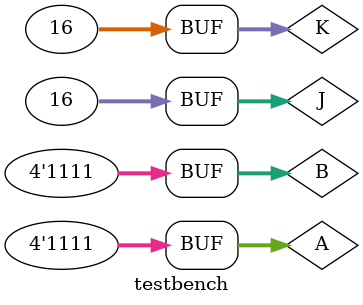
<source format=v>
`timescale 1ns / 1ps


module testbench;
	integer K;
	integer J;

	// Inputs
	reg [3:0] A;
	reg [3:0] B;

	// Outputs
	wire [7:0] C;
	wire [7:0] Cs;

	// Instantiate the Unit Under Test (UUT)
	multitest uut (
		.A(A), 
		.B(B), 
		.C(C), 
		.Cs(Cs)
	);

	initial begin
		// Initialize Inputs
		A = 0;
		B = 0;

		for(J=0; J<16; J=J+1) begin		// 0 ©ç 15 ÜÅðüÍ
			for(K=0; K<16; K=K+1) begin		// 0 ©ç 15 ÜÅðüÍ
				A=K;
				B=J;
				#3;
			end
		end

		// Add stimulus here

	end
      
endmodule


</source>
